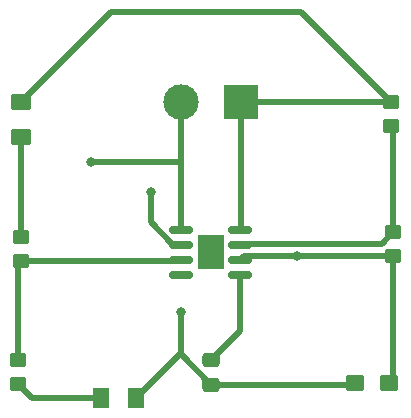
<source format=gbr>
%TF.GenerationSoftware,KiCad,Pcbnew,(6.0.10)*%
%TF.CreationDate,2023-02-16T14:18:03-08:00*%
%TF.ProjectId,lab4e2,6c616234-6532-42e6-9b69-6361645f7063,rev?*%
%TF.SameCoordinates,Original*%
%TF.FileFunction,Copper,L1,Top*%
%TF.FilePolarity,Positive*%
%FSLAX46Y46*%
G04 Gerber Fmt 4.6, Leading zero omitted, Abs format (unit mm)*
G04 Created by KiCad (PCBNEW (6.0.10)) date 2023-02-16 14:18:03*
%MOMM*%
%LPD*%
G01*
G04 APERTURE LIST*
G04 Aperture macros list*
%AMRoundRect*
0 Rectangle with rounded corners*
0 $1 Rounding radius*
0 $2 $3 $4 $5 $6 $7 $8 $9 X,Y pos of 4 corners*
0 Add a 4 corners polygon primitive as box body*
4,1,4,$2,$3,$4,$5,$6,$7,$8,$9,$2,$3,0*
0 Add four circle primitives for the rounded corners*
1,1,$1+$1,$2,$3*
1,1,$1+$1,$4,$5*
1,1,$1+$1,$6,$7*
1,1,$1+$1,$8,$9*
0 Add four rect primitives between the rounded corners*
20,1,$1+$1,$2,$3,$4,$5,0*
20,1,$1+$1,$4,$5,$6,$7,0*
20,1,$1+$1,$6,$7,$8,$9,0*
20,1,$1+$1,$8,$9,$2,$3,0*%
G04 Aperture macros list end*
%TA.AperFunction,SMDPad,CuDef*%
%ADD10RoundRect,0.250000X-0.450000X0.350000X-0.450000X-0.350000X0.450000X-0.350000X0.450000X0.350000X0*%
%TD*%
%TA.AperFunction,ComponentPad*%
%ADD11R,3.000000X3.000000*%
%TD*%
%TA.AperFunction,ComponentPad*%
%ADD12C,3.000000*%
%TD*%
%TA.AperFunction,SMDPad,CuDef*%
%ADD13RoundRect,0.250000X0.537500X0.425000X-0.537500X0.425000X-0.537500X-0.425000X0.537500X-0.425000X0*%
%TD*%
%TA.AperFunction,SMDPad,CuDef*%
%ADD14RoundRect,0.250000X0.450000X-0.350000X0.450000X0.350000X-0.450000X0.350000X-0.450000X-0.350000X0*%
%TD*%
%TA.AperFunction,SMDPad,CuDef*%
%ADD15RoundRect,0.250001X0.462499X0.624999X-0.462499X0.624999X-0.462499X-0.624999X0.462499X-0.624999X0*%
%TD*%
%TA.AperFunction,SMDPad,CuDef*%
%ADD16RoundRect,0.250001X0.624999X-0.462499X0.624999X0.462499X-0.624999X0.462499X-0.624999X-0.462499X0*%
%TD*%
%TA.AperFunction,SMDPad,CuDef*%
%ADD17RoundRect,0.150000X-0.825000X-0.150000X0.825000X-0.150000X0.825000X0.150000X-0.825000X0.150000X0*%
%TD*%
%TA.AperFunction,SMDPad,CuDef*%
%ADD18R,2.290000X3.000000*%
%TD*%
%TA.AperFunction,SMDPad,CuDef*%
%ADD19RoundRect,0.250000X-0.475000X0.337500X-0.475000X-0.337500X0.475000X-0.337500X0.475000X0.337500X0*%
%TD*%
%TA.AperFunction,ViaPad*%
%ADD20C,0.800000*%
%TD*%
%TA.AperFunction,Conductor*%
%ADD21C,0.508000*%
%TD*%
G04 APERTURE END LIST*
D10*
%TO.P,R2,1*%
%TO.N,Net-(R1-Pad2)*%
X165320000Y-102444128D03*
%TO.P,R2,2*%
%TO.N,/pin2*%
X165320000Y-104444128D03*
%TD*%
D11*
%TO.P,J1,1,Pin_1*%
%TO.N,+9V*%
X152400000Y-91440000D03*
D12*
%TO.P,J1,2,Pin_2*%
%TO.N,GND*%
X147320000Y-91440000D03*
%TD*%
D13*
%TO.P,C1,1*%
%TO.N,/pin2*%
X164980000Y-115235000D03*
%TO.P,C1,2*%
%TO.N,GND*%
X162105000Y-115235000D03*
%TD*%
D14*
%TO.P,R3,1*%
%TO.N,/pin3*%
X133810000Y-104873372D03*
%TO.P,R3,2*%
%TO.N,Net-(D1-Pad1)*%
X133810000Y-102873372D03*
%TD*%
D10*
%TO.P,R1,1*%
%TO.N,+9V*%
X165100000Y-91440000D03*
%TO.P,R1,2*%
%TO.N,Net-(R1-Pad2)*%
X165100000Y-93440000D03*
%TD*%
D15*
%TO.P,D2,1,K*%
%TO.N,GND*%
X143580000Y-116440000D03*
%TO.P,D2,2,A*%
%TO.N,Net-(D2-Pad2)*%
X140605000Y-116440000D03*
%TD*%
D10*
%TO.P,R4,1*%
%TO.N,/pin3*%
X133560000Y-113268808D03*
%TO.P,R4,2*%
%TO.N,Net-(D2-Pad2)*%
X133560000Y-115268808D03*
%TD*%
D16*
%TO.P,D1,1,K*%
%TO.N,Net-(D1-Pad1)*%
X133820000Y-94405000D03*
%TO.P,D1,2,A*%
%TO.N,+9V*%
X133820000Y-91430000D03*
%TD*%
D17*
%TO.P,U1,1,GND*%
%TO.N,GND*%
X147385000Y-102235000D03*
%TO.P,U1,2,TR*%
%TO.N,/pin2*%
X147385000Y-103505000D03*
%TO.P,U1,3,Q*%
%TO.N,/pin3*%
X147385000Y-104775000D03*
%TO.P,U1,4,R*%
%TO.N,/9V*%
X147385000Y-106045000D03*
%TO.P,U1,5,CV*%
%TO.N,Net-(C2-Pad1)*%
X152335000Y-106045000D03*
%TO.P,U1,6,THR*%
%TO.N,/pin2*%
X152335000Y-104775000D03*
%TO.P,U1,7,DIS*%
%TO.N,Net-(R1-Pad2)*%
X152335000Y-103505000D03*
%TO.P,U1,8,VCC*%
%TO.N,+9V*%
X152335000Y-102235000D03*
D18*
%TO.P,U1,9*%
%TO.N,N/C*%
X149860000Y-104140000D03*
%TD*%
D19*
%TO.P,C2,1*%
%TO.N,Net-(C2-Pad1)*%
X149900000Y-113262500D03*
%TO.P,C2,2*%
%TO.N,GND*%
X149900000Y-115337500D03*
%TD*%
D20*
%TO.N,/pin2*%
X157175872Y-104444128D03*
X144780000Y-99060000D03*
%TO.N,GND*%
X147320000Y-109220000D03*
X139700000Y-96520000D03*
%TD*%
D21*
%TO.N,/pin2*%
X157175872Y-104444128D02*
X152665872Y-104444128D01*
X144780000Y-99060000D02*
X144780000Y-101600000D01*
X165320000Y-114895000D02*
X164980000Y-115235000D01*
X165320000Y-104444128D02*
X165320000Y-114895000D01*
X152665872Y-104444128D02*
X152335000Y-104775000D01*
X146685000Y-103505000D02*
X147385000Y-103505000D01*
X144780000Y-101600000D02*
X146685000Y-103505000D01*
X165320000Y-104444128D02*
X157175872Y-104444128D01*
%TO.N,GND*%
X143580000Y-116440000D02*
X147262500Y-112757500D01*
X147320000Y-91440000D02*
X147320000Y-99060000D01*
X139700000Y-96520000D02*
X147320000Y-96520000D01*
X149900000Y-115337500D02*
X162002500Y-115337500D01*
X147320000Y-102170000D02*
X147385000Y-102235000D01*
X147262500Y-112757500D02*
X147320000Y-112757500D01*
X149900000Y-115337500D02*
X147320000Y-112757500D01*
X147320000Y-99060000D02*
X147320000Y-102170000D01*
X162002500Y-115337500D02*
X162105000Y-115235000D01*
X147320000Y-112757500D02*
X147320000Y-109220000D01*
%TO.N,Net-(C2-Pad1)*%
X152335000Y-110827500D02*
X152335000Y-106045000D01*
X149900000Y-113262500D02*
X152335000Y-110827500D01*
%TO.N,Net-(D1-Pad1)*%
X133820000Y-94405000D02*
X133820000Y-102863372D01*
X133820000Y-102863372D02*
X133810000Y-102873372D01*
%TO.N,+9V*%
X152400000Y-91440000D02*
X152400000Y-102170000D01*
X157480000Y-83820000D02*
X165100000Y-91440000D01*
X152400000Y-102170000D02*
X152335000Y-102235000D01*
X165100000Y-91440000D02*
X152400000Y-91440000D01*
X141430000Y-83820000D02*
X157480000Y-83820000D01*
X133820000Y-91430000D02*
X141430000Y-83820000D01*
%TO.N,Net-(D2-Pad2)*%
X140605000Y-116440000D02*
X134731192Y-116440000D01*
X134731192Y-116440000D02*
X133560000Y-115268808D01*
%TO.N,Net-(R1-Pad2)*%
X152449872Y-103390128D02*
X164374000Y-103390128D01*
X165320000Y-93660000D02*
X165100000Y-93440000D01*
X164374000Y-103390128D02*
X165320000Y-102444128D01*
X152335000Y-103505000D02*
X152449872Y-103390128D01*
X165320000Y-102444128D02*
X165320000Y-93660000D01*
%TO.N,/pin3*%
X133560000Y-105123372D02*
X133810000Y-104873372D01*
X147286628Y-104873372D02*
X147385000Y-104775000D01*
X133560000Y-113268808D02*
X133560000Y-105123372D01*
X133810000Y-104873372D02*
X147286628Y-104873372D01*
%TD*%
M02*

</source>
